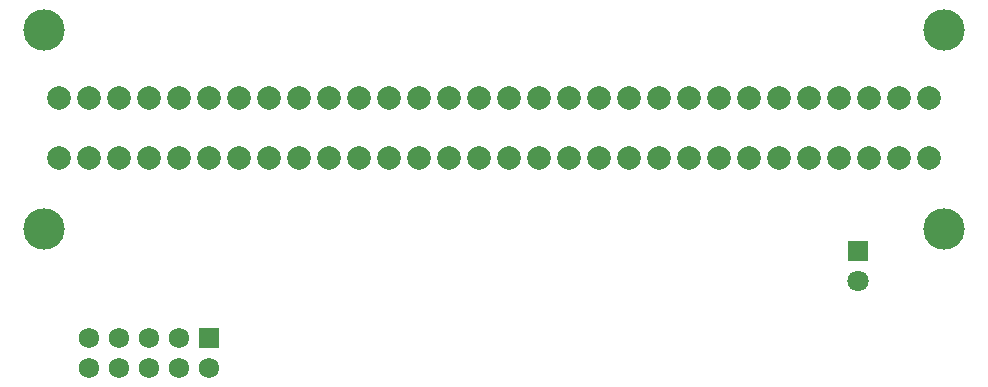
<source format=gbr>
G04 DipTrace 2.4.0.2*
%INBottomMask.gbr*%
%MOIN*%
%ADD33C,0.1378*%
%ADD45R,0.0679X0.0679*%
%ADD47C,0.0679*%
%ADD53C,0.0787*%
%ADD57C,0.0709*%
%ADD59R,0.0709X0.0709*%
%FSLAX44Y44*%
G04*
G70*
G90*
G75*
G01*
%LNBotMask*%
%LPD*%
D59*
X32562Y11687D3*
D57*
Y10687D3*
D33*
X35437Y19062D3*
Y12437D3*
X5437Y19062D3*
Y12437D3*
D53*
X34937Y16812D3*
Y14812D3*
X33937Y16812D3*
Y14812D3*
X29937Y16812D3*
Y14812D3*
X28937Y16812D3*
Y14812D3*
X27937Y16812D3*
Y14812D3*
X24937D3*
Y16812D3*
X23937D3*
Y14812D3*
X19937D3*
X18937D3*
X17937D3*
X16937D3*
X15937D3*
X5937D3*
X6937D3*
X7937D3*
X8937D3*
X9937D3*
X10937D3*
X11937D3*
X12937D3*
X13937D3*
X14937D3*
X19937Y16812D3*
X18937D3*
X17937D3*
X16937D3*
X15937D3*
X14937D3*
X13937D3*
X12937D3*
X11937D3*
X10937D3*
X9937D3*
X8937D3*
X7937D3*
X6937D3*
X5937D3*
X20937Y14812D3*
Y16812D3*
X21937D3*
Y14812D3*
X22937Y16812D3*
Y14812D3*
X25937D3*
Y16812D3*
X26937D3*
Y14812D3*
X30937D3*
Y16812D3*
X31937Y14812D3*
Y16812D3*
X32937Y14812D3*
Y16812D3*
D47*
X6937Y7812D3*
Y8812D3*
X7937D3*
Y7812D3*
X8937Y8812D3*
Y7812D3*
X9937Y8812D3*
Y7812D3*
X10937D3*
D45*
Y8812D3*
M02*

</source>
